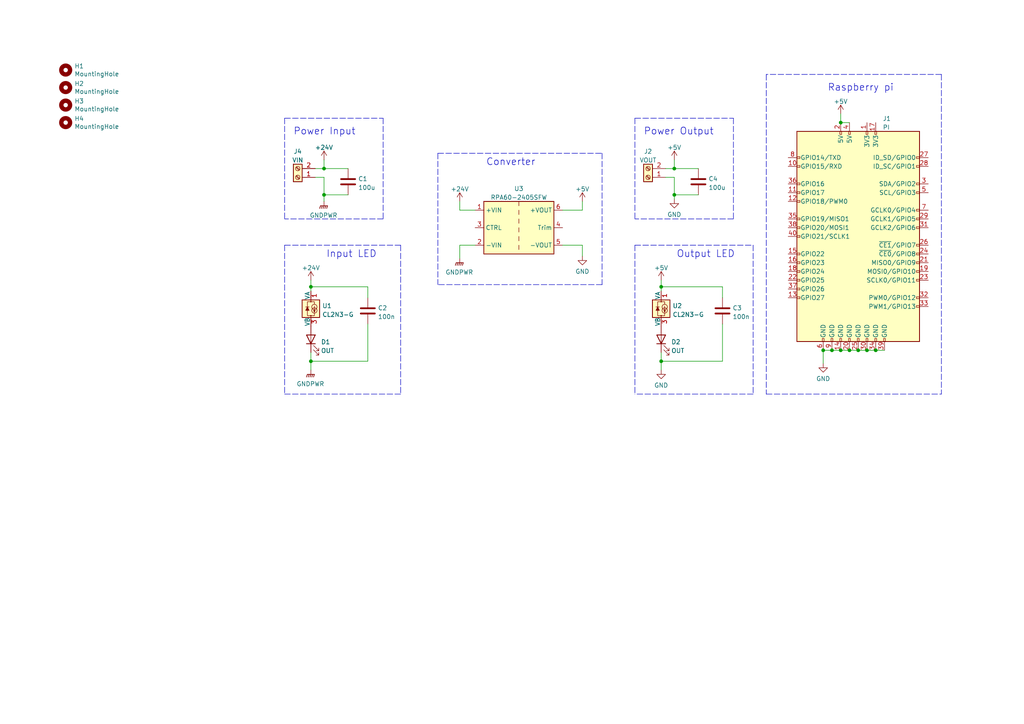
<source format=kicad_sch>
(kicad_sch (version 20211123) (generator eeschema)
  (paper "A4")
  (lib_symbols
    (symbol "Connector:Raspberry_Pi_2_3" (pin_names (offset 1.016))
      (property "Reference" "J" (at -17.78 31.75 0))
      (property "Value" "Raspberry_Pi_2_3" (at 10.16 -31.75 0))
      (symbol "Raspberry_Pi_2_3_0_1"
        (rectangle (start -17.78 30.48) (end 17.78 -30.48) (stroke (width 0.254)) (fill (type background)))
      )
      (symbol "Raspberry_Pi_2_3_1_1"
        (rectangle (start -16.891 -17.526) (end -17.78 -18.034))
        (rectangle (start -16.891 -14.986) (end -17.78 -15.494))
        (rectangle (start -16.891 -12.446) (end -17.78 -12.954))
        (rectangle (start -16.891 -9.906) (end -17.78 -10.414))
        (rectangle (start -16.891 -7.366) (end -17.78 -7.874))
        (rectangle (start -16.891 -4.826) (end -17.78 -5.334))
        (rectangle (start -16.891 0.254) (end -17.78 -0.254))
        (rectangle (start -16.891 2.794) (end -17.78 2.286))
        (rectangle (start -16.891 5.334) (end -17.78 4.826))
        (rectangle (start -16.891 10.414) (end -17.78 9.906))
        (rectangle (start -16.891 12.954) (end -17.78 12.446))
        (rectangle (start -16.891 15.494) (end -17.78 14.986))
        (rectangle (start -16.891 20.574) (end -17.78 20.066))
        (rectangle (start -16.891 23.114) (end -17.78 22.606))
        (rectangle (start -10.414 -29.591) (end -9.906 -30.48))
        (rectangle (start -7.874 -29.591) (end -7.366 -30.48))
        (rectangle (start -5.334 -29.591) (end -4.826 -30.48))
        (rectangle (start -5.334 30.48) (end -4.826 29.591))
        (rectangle (start -2.794 -29.591) (end -2.286 -30.48))
        (rectangle (start -2.794 30.48) (end -2.286 29.591))
        (rectangle (start -0.254 -29.591) (end 0.254 -30.48))
        (rectangle (start 2.286 -29.591) (end 2.794 -30.48))
        (rectangle (start 2.286 30.48) (end 2.794 29.591))
        (rectangle (start 4.826 -29.591) (end 5.334 -30.48))
        (rectangle (start 4.826 30.48) (end 5.334 29.591))
        (rectangle (start 7.366 -29.591) (end 7.874 -30.48))
        (rectangle (start 17.78 -20.066) (end 16.891 -20.574))
        (rectangle (start 17.78 -17.526) (end 16.891 -18.034))
        (rectangle (start 17.78 -12.446) (end 16.891 -12.954))
        (rectangle (start 17.78 -9.906) (end 16.891 -10.414))
        (rectangle (start 17.78 -7.366) (end 16.891 -7.874))
        (rectangle (start 17.78 -4.826) (end 16.891 -5.334))
        (rectangle (start 17.78 -2.286) (end 16.891 -2.794))
        (rectangle (start 17.78 2.794) (end 16.891 2.286))
        (rectangle (start 17.78 5.334) (end 16.891 4.826))
        (rectangle (start 17.78 7.874) (end 16.891 7.366))
        (rectangle (start 17.78 12.954) (end 16.891 12.446))
        (rectangle (start 17.78 15.494) (end 16.891 14.986))
        (rectangle (start 17.78 20.574) (end 16.891 20.066))
        (rectangle (start 17.78 23.114) (end 16.891 22.606))
        (pin power_in line (at 2.54 33.02 270) (length 2.54) (name "3V3") (number "1"))
        (pin bidirectional line (at -20.32 20.32 0) (length 2.54) (name "GPIO15/RXD") (number "10"))
        (pin bidirectional line (at -20.32 12.7 0) (length 2.54) (name "GPIO17") (number "11"))
        (pin bidirectional line (at -20.32 10.16 0) (length 2.54) (name "GPIO18/PWM0") (number "12"))
        (pin bidirectional line (at -20.32 -17.78 0) (length 2.54) (name "GPIO27") (number "13"))
        (pin power_in line (at -5.08 -33.02 90) (length 2.54) (name "GND") (number "14"))
        (pin bidirectional line (at -20.32 -5.08 0) (length 2.54) (name "GPIO22") (number "15"))
        (pin bidirectional line (at -20.32 -7.62 0) (length 2.54) (name "GPIO23") (number "16"))
        (pin power_in line (at 5.08 33.02 270) (length 2.54) (name "3V3") (number "17"))
        (pin bidirectional line (at -20.32 -10.16 0) (length 2.54) (name "GPIO24") (number "18"))
        (pin bidirectional line (at 20.32 -10.16 180) (length 2.54) (name "MOSI0/GPIO10") (number "19"))
        (pin power_in line (at -5.08 33.02 270) (length 2.54) (name "5V") (number "2"))
        (pin power_in line (at -2.54 -33.02 90) (length 2.54) (name "GND") (number "20"))
        (pin bidirectional line (at 20.32 -7.62 180) (length 2.54) (name "MISO0/GPIO9") (number "21"))
        (pin bidirectional line (at -20.32 -12.7 0) (length 2.54) (name "GPIO25") (number "22"))
        (pin bidirectional line (at 20.32 -12.7 180) (length 2.54) (name "SCLK0/GPIO11") (number "23"))
        (pin bidirectional line (at 20.32 -5.08 180) (length 2.54) (name "~{CE0}/GPIO8") (number "24"))
        (pin power_in line (at 0 -33.02 90) (length 2.54) (name "GND") (number "25"))
        (pin bidirectional line (at 20.32 -2.54 180) (length 2.54) (name "~{CE1}/GPIO7") (number "26"))
        (pin bidirectional line (at 20.32 22.86 180) (length 2.54) (name "ID_SD/GPIO0") (number "27"))
        (pin bidirectional line (at 20.32 20.32 180) (length 2.54) (name "ID_SC/GPIO1") (number "28"))
        (pin bidirectional line (at 20.32 5.08 180) (length 2.54) (name "GCLK1/GPIO5") (number "29"))
        (pin bidirectional line (at 20.32 15.24 180) (length 2.54) (name "SDA/GPIO2") (number "3"))
        (pin power_in line (at 2.54 -33.02 90) (length 2.54) (name "GND") (number "30"))
        (pin bidirectional line (at 20.32 2.54 180) (length 2.54) (name "GCLK2/GPIO6") (number "31"))
        (pin bidirectional line (at 20.32 -17.78 180) (length 2.54) (name "PWM0/GPIO12") (number "32"))
        (pin bidirectional line (at 20.32 -20.32 180) (length 2.54) (name "PWM1/GPIO13") (number "33"))
        (pin power_in line (at 5.08 -33.02 90) (length 2.54) (name "GND") (number "34"))
        (pin bidirectional line (at -20.32 5.08 0) (length 2.54) (name "GPIO19/MISO1") (number "35"))
        (pin bidirectional line (at -20.32 15.24 0) (length 2.54) (name "GPIO16") (number "36"))
        (pin bidirectional line (at -20.32 -15.24 0) (length 2.54) (name "GPIO26") (number "37"))
        (pin bidirectional line (at -20.32 2.54 0) (length 2.54) (name "GPIO20/MOSI1") (number "38"))
        (pin power_in line (at 7.62 -33.02 90) (length 2.54) (name "GND") (number "39"))
        (pin power_in line (at -2.54 33.02 270) (length 2.54) (name "5V") (number "4"))
        (pin bidirectional line (at -20.32 0 0) (length 2.54) (name "GPIO21/SCLK1") (number "40"))
        (pin bidirectional line (at 20.32 12.7 180) (length 2.54) (name "SCL/GPIO3") (number "5"))
        (pin power_in line (at -10.16 -33.02 90) (length 2.54) (name "GND") (number "6"))
        (pin bidirectional line (at 20.32 7.62 180) (length 2.54) (name "GCLK0/GPIO4") (number "7"))
        (pin bidirectional line (at -20.32 22.86 0) (length 2.54) (name "GPIO14/TXD") (number "8"))
        (pin power_in line (at -7.62 -33.02 90) (length 2.54) (name "GND") (number "9"))
      )
    )
    (symbol "Connector:Screw_Terminal_01x02" (pin_names (offset 1.016) hide)
      (property "Reference" "J" (at 0 2.54 0))
      (property "Value" "Screw_Terminal_01x02" (at 0 -5.08 0))
      (symbol "Screw_Terminal_01x02_1_1"
        (rectangle (start -1.27 1.27) (end 1.27 -3.81) (stroke (width 0.254)) (fill (type background)))
        (circle (center 0 -2.54) (radius 0.635) (stroke (width 0.1524)))
        (polyline (pts (xy -0.5334 -2.2098) (xy 0.3302 -3.048)) (stroke (width 0.1524)))
        (polyline (pts (xy -0.5334 0.3302) (xy 0.3302 -0.508)) (stroke (width 0.1524)))
        (polyline (pts (xy -0.3556 -2.032) (xy 0.508 -2.8702)) (stroke (width 0.1524)))
        (polyline (pts (xy -0.3556 0.508) (xy 0.508 -0.3302)) (stroke (width 0.1524)))
        (circle (center 0 0) (radius 0.635) (stroke (width 0.1524)))
        (pin passive line (at -5.08 0 0) (length 3.81) (name "Pin_1") (number "1"))
        (pin passive line (at -5.08 -2.54 0) (length 3.81) (name "Pin_2") (number "2"))
      )
    )
    (symbol "Converter_DCDC:RPA60-2405SFW"
      (property "Reference" "U" (at -8.89 8.89 0))
      (property "Value" "RPA60-2405SFW" (at 8.89 8.89 0))
      (symbol "RPA60-2405SFW_0_1"
        (rectangle (start -10.16 7.62) (end 10.16 -7.62) (stroke (width 0.254)) (fill (type background)))
        (polyline (pts (xy 0 -5.08) (xy 0 -6.35)))
        (polyline (pts (xy 0 -2.54) (xy 0 -3.81)))
        (polyline (pts (xy 0 0) (xy 0 -1.27)))
        (polyline (pts (xy 0 2.54) (xy 0 1.27)))
        (polyline (pts (xy 0 5.08) (xy 0 3.81)))
        (polyline (pts (xy 0 7.62) (xy 0 6.35)))
      )
      (symbol "RPA60-2405SFW_1_1"
        (pin power_in line (at -12.7 5.08 0) (length 2.54) (name "+VIN") (number "1"))
        (pin power_in line (at -12.7 -5.08 0) (length 2.54) (name "-VIN") (number "2"))
        (pin input line (at -12.7 0 0) (length 2.54) (name "CTRL") (number "3"))
        (pin input line (at 12.7 0 180) (length 2.54) (name "Trim") (number "4"))
        (pin power_out line (at 12.7 -5.08 180) (length 2.54) (name "-VOUT") (number "5"))
        (pin power_out line (at 12.7 5.08 180) (length 2.54) (name "+VOUT") (number "6"))
      )
    )
    (symbol "Device:C" (pin_numbers hide) (pin_names (offset 0.254))
      (property "Reference" "C" (at 0.635 2.54 0))
      (property "Value" "C" (at 0.635 -2.54 0))
      (symbol "C_0_1"
        (polyline (pts (xy -2.032 -0.762) (xy 2.032 -0.762)) (stroke (width 0.508)))
        (polyline (pts (xy -2.032 0.762) (xy 2.032 0.762)) (stroke (width 0.508)))
      )
      (symbol "C_1_1"
        (pin passive line (at 0 3.81 270) (length 2.794) (name "~") (number "1"))
        (pin passive line (at 0 -3.81 90) (length 2.794) (name "~") (number "2"))
      )
    )
    (symbol "Device:LED" (pin_numbers hide) (pin_names (offset 1.016) hide)
      (property "Reference" "D" (at 0 2.54 0))
      (property "Value" "LED" (at 0 -2.54 0))
      (symbol "LED_0_1"
        (polyline (pts (xy -1.27 -1.27) (xy -1.27 1.27)) (stroke (width 0.254)))
        (polyline (pts (xy -1.27 0) (xy 1.27 0)))
        (polyline (pts (xy 1.27 -1.27) (xy 1.27 1.27) (xy -1.27 0) (xy 1.27 -1.27)) (stroke (width 0.254)))
        (polyline (pts (xy -3.048 -0.762) (xy -4.572 -2.286) (xy -3.81 -2.286) (xy -4.572 -2.286) (xy -4.572 -1.524)))
        (polyline (pts (xy -1.778 -0.762) (xy -3.302 -2.286) (xy -2.54 -2.286) (xy -3.302 -2.286) (xy -3.302 -1.524)))
      )
      (symbol "LED_1_1"
        (pin passive line (at -3.81 0 0) (length 2.54) (name "K") (number "1"))
        (pin passive line (at 3.81 0 180) (length 2.54) (name "A") (number "2"))
      )
    )
    (symbol "Mechanical:MountingHole" (pin_names (offset 1.016))
      (property "Reference" "H" (at 0 5.08 0))
      (property "Value" "MountingHole" (at 0 3.175 0))
      (symbol "MountingHole_0_1"
        (circle (center 0 0) (radius 1.27) (stroke (width 1.27)))
      )
    )
    (symbol "goyman:CL2N3-G" (pin_names (offset 0))
      (property "Reference" "U" (at 3.81 3.81 0))
      (property "Value" "CL2N3-G" (at 3.81 1.27 0))
      (symbol "CL2N3-G_0_1"
        (rectangle (start -2.54 2.54) (end 2.54 -2.54) (stroke (width 0.254)) (fill (type background)))
        (circle (center 0 -2.032) (radius 0.127))
        (polyline (pts (xy -1.524 0.508) (xy -0.508 0.508)))
        (polyline (pts (xy 0 -3.048) (xy 0 -3.81)))
        (polyline (pts (xy 0 -2.032) (xy 0 -2.54)))
        (polyline (pts (xy 0 2.032) (xy 0 2.54)))
        (polyline (pts (xy 0 3.048) (xy 0 3.81)))
        (polyline (pts (xy -1.016 -0.508) (xy -1.016 -2.032) (xy 1.016 -2.032) (xy 1.016 -1.27)))
        (polyline (pts (xy -1.016 0.508) (xy -1.524 -0.508) (xy -0.508 -0.508) (xy -1.016 0.508)) (fill (type outline)))
        (polyline (pts (xy 1.016 1.27) (xy 1.016 2.032) (xy -1.016 2.032) (xy -1.016 0.508)))
        (polyline (pts (xy 1.016 0.762) (xy 1.016 -1.016) (xy 0.762 -0.508) (xy 1.27 -0.508) (xy 1.016 -1.016)) (fill (type outline)))
        (circle (center 0 2.032) (radius 0.127))
        (circle (center 1.016 -0.508) (radius 0.762))
        (circle (center 1.016 0.508) (radius 0.762))
      )
      (symbol "CL2N3-G_1_1"
        (pin input line (at 0 5.08 270) (length 2.54) (name "VA") (number "1"))
        (pin no_connect line (at 0 -2.54 90) (length 2.54) hide (name "NC") (number "3"))
        (pin input line (at 0 -5.08 90) (length 2.54) (name "VB") (number "3"))
      )
    )
    (symbol "power:+24V" (power) (pin_names (offset 0))
      (property "Value" "+24V" (at 0 3.556 0))
      (symbol "+24V_0_1"
        (polyline (pts (xy -0.762 1.27) (xy 0 2.54)))
        (polyline (pts (xy 0 0) (xy 0 2.54)))
        (polyline (pts (xy 0 2.54) (xy 0.762 1.27)))
      )
      (symbol "+24V_1_1"
        (pin power_in line (at 0 0 90) (length 0) hide (name "+24V") (number "1"))
      )
    )
    (symbol "power:+5V" (power) (pin_names (offset 0))
      (property "Value" "+5V" (at 0 3.556 0))
      (symbol "+5V_0_1"
        (polyline (pts (xy -0.762 1.27) (xy 0 2.54)))
        (polyline (pts (xy 0 0) (xy 0 2.54)))
        (polyline (pts (xy 0 2.54) (xy 0.762 1.27)))
      )
      (symbol "+5V_1_1"
        (pin power_in line (at 0 0 90) (length 0) hide (name "+5V") (number "1"))
      )
    )
    (symbol "power:GND" (power) (pin_names (offset 0))
      (property "Value" "GND" (at 0 -3.81 0))
      (symbol "GND_0_1"
        (polyline (pts (xy 0 0) (xy 0 -1.27) (xy 1.27 -1.27) (xy 0 -2.54) (xy -1.27 -1.27) (xy 0 -1.27)))
      )
      (symbol "GND_1_1"
        (pin power_in line (at 0 0 270) (length 0) hide (name "GND") (number "1"))
      )
    )
    (symbol "power:GNDPWR" (power) (pin_names (offset 0))
      (property "Value" "GNDPWR" (at 0 -3.302 0))
      (symbol "GNDPWR_0_1"
        (polyline (pts (xy 0 -1.27) (xy 0 0)))
        (polyline (pts (xy -1.016 -1.27) (xy -1.27 -2.032) (xy -1.27 -2.032)) (stroke (width 0.2032)))
        (polyline (pts (xy -0.508 -1.27) (xy -0.762 -2.032) (xy -0.762 -2.032)) (stroke (width 0.2032)))
        (polyline (pts (xy 0 -1.27) (xy -0.254 -2.032) (xy -0.254 -2.032)) (stroke (width 0.2032)))
        (polyline (pts (xy 0.508 -1.27) (xy 0.254 -2.032) (xy 0.254 -2.032)) (stroke (width 0.2032)))
        (polyline (pts (xy 1.016 -1.27) (xy -1.016 -1.27) (xy -1.016 -1.27)) (stroke (width 0.2032)))
        (polyline (pts (xy 1.016 -1.27) (xy 0.762 -2.032) (xy 0.762 -2.032) (xy 0.762 -2.032)) (stroke (width 0.2032)))
      )
      (symbol "GNDPWR_1_1"
        (pin power_in line (at 0 0 270) (length 0) hide (name "GNDPWR") (number "1"))
      )
    )
  )
  (junction (at 93.98 48.895))
  (junction (at 191.77 104.775))
  (junction (at 241.3 101.6))
  (junction (at 195.58 56.515))
  (junction (at 243.84 101.6))
  (junction (at 90.17 104.775))
  (junction (at 243.84 35.56))
  (junction (at 191.77 83.185))
  (junction (at 238.76 101.6))
  (junction (at 246.38 101.6))
  (junction (at 93.98 56.515))
  (junction (at 251.46 101.6))
  (junction (at 90.17 83.185))
  (junction (at 248.92 101.6))
  (junction (at 195.58 48.895))
  (junction (at 254 101.6))
  (wire (pts (xy 191.77 81.28) (xy 191.77 83.185)))
  (polyline (pts (xy 82.55 71.12) (xy 82.55 114.3)))
  (wire (pts (xy 238.76 101.6) (xy 241.3 101.6)))
  (polyline (pts (xy 82.55 34.29) (xy 111.125 34.29)))
  (polyline (pts (xy 127 44.45) (xy 127 82.55)))
  (wire (pts (xy 191.77 104.775) (xy 209.55 104.775)))
  (wire (pts (xy 163.195 60.96) (xy 168.91 60.96)))
  (wire (pts (xy 209.55 104.775) (xy 209.55 93.98)))
  (wire (pts (xy 93.98 48.895) (xy 91.44 48.895)))
  (wire (pts (xy 243.84 101.6) (xy 246.38 101.6)))
  (wire (pts (xy 90.17 104.775) (xy 90.17 107.315)))
  (wire (pts (xy 106.68 83.185) (xy 106.68 86.36)))
  (polyline (pts (xy 184.15 71.12) (xy 218.44 71.12)))
  (wire (pts (xy 93.98 48.895) (xy 93.98 46.355)))
  (polyline (pts (xy 184.15 71.12) (xy 184.15 114.3)))
  (polyline (pts (xy 184.15 34.29) (xy 184.15 63.5)))
  (polyline (pts (xy 82.55 71.12) (xy 116.205 71.12)))
  (polyline (pts (xy 111.125 34.29) (xy 111.125 63.5)))
  (wire (pts (xy 246.38 101.6) (xy 248.92 101.6)))
  (wire (pts (xy 93.98 56.515) (xy 100.965 56.515)))
  (wire (pts (xy 248.92 101.6) (xy 251.46 101.6)))
  (wire (pts (xy 93.98 56.515) (xy 93.98 58.42)))
  (polyline (pts (xy 273.05 21.59) (xy 222.25 21.59)))
  (wire (pts (xy 191.77 102.235) (xy 191.77 104.775)))
  (wire (pts (xy 195.58 51.435) (xy 195.58 56.515)))
  (wire (pts (xy 168.91 60.96) (xy 168.91 58.42)))
  (wire (pts (xy 90.17 83.185) (xy 90.17 84.455)))
  (polyline (pts (xy 116.205 71.12) (xy 116.205 114.3)))
  (polyline (pts (xy 82.55 34.29) (xy 82.55 63.5)))
  (polyline (pts (xy 212.725 63.5) (xy 184.15 63.5)))
  (polyline (pts (xy 116.205 114.3) (xy 82.55 114.3)))
  (wire (pts (xy 191.77 83.185) (xy 209.55 83.185)))
  (wire (pts (xy 90.17 81.28) (xy 90.17 83.185)))
  (wire (pts (xy 195.58 56.515) (xy 202.565 56.515)))
  (wire (pts (xy 90.17 83.185) (xy 106.68 83.185)))
  (wire (pts (xy 163.195 71.12) (xy 168.91 71.12)))
  (wire (pts (xy 133.35 58.42) (xy 133.35 60.96)))
  (polyline (pts (xy 184.15 34.29) (xy 212.725 34.29)))
  (wire (pts (xy 243.84 33.02) (xy 243.84 35.56)))
  (wire (pts (xy 93.98 51.435) (xy 91.44 51.435)))
  (polyline (pts (xy 222.25 21.59) (xy 222.25 114.3)))
  (wire (pts (xy 90.17 104.775) (xy 106.68 104.775)))
  (polyline (pts (xy 127 44.45) (xy 174.625 44.45)))
  (wire (pts (xy 195.58 48.895) (xy 193.04 48.895)))
  (wire (pts (xy 241.3 101.6) (xy 243.84 101.6)))
  (polyline (pts (xy 218.44 71.12) (xy 218.44 114.3)))
  (polyline (pts (xy 174.625 44.45) (xy 174.625 82.55)))
  (wire (pts (xy 90.17 102.235) (xy 90.17 104.775)))
  (wire (pts (xy 106.68 104.775) (xy 106.68 93.98)))
  (polyline (pts (xy 212.725 34.29) (xy 212.725 63.5)))
  (wire (pts (xy 195.58 56.515) (xy 195.58 57.785)))
  (polyline (pts (xy 218.44 114.3) (xy 184.15 114.3)))
  (wire (pts (xy 209.55 83.185) (xy 209.55 86.36)))
  (wire (pts (xy 251.46 101.6) (xy 254 101.6)))
  (wire (pts (xy 243.84 35.56) (xy 246.38 35.56)))
  (wire (pts (xy 93.98 51.435) (xy 93.98 56.515)))
  (wire (pts (xy 195.58 48.895) (xy 195.58 46.355)))
  (wire (pts (xy 195.58 51.435) (xy 193.04 51.435)))
  (polyline (pts (xy 174.625 82.55) (xy 127 82.55)))
  (wire (pts (xy 133.35 71.12) (xy 133.35 74.93)))
  (wire (pts (xy 254 101.6) (xy 256.54 101.6)))
  (wire (pts (xy 191.77 83.185) (xy 191.77 84.455)))
  (wire (pts (xy 137.795 71.12) (xy 133.35 71.12)))
  (polyline (pts (xy 222.25 114.3) (xy 273.05 114.3)))
  (polyline (pts (xy 273.05 21.59) (xy 273.05 114.3)))
  (wire (pts (xy 93.98 48.895) (xy 100.965 48.895)))
  (wire (pts (xy 168.91 71.12) (xy 168.91 74.295)))
  (wire (pts (xy 238.76 105.41) (xy 238.76 101.6)))
  (wire (pts (xy 191.77 104.775) (xy 191.77 107.315)))
  (polyline (pts (xy 111.125 63.5) (xy 82.55 63.5)))
  (wire (pts (xy 195.58 48.895) (xy 202.565 48.895)))
  (wire (pts (xy 133.35 60.96) (xy 137.795 60.96)))
  (text "Input LED" (at 94.615 74.93 0) (effects (font (size 2 2)) (justify left bottom)))
  (text "Raspberry pi" (at 240.03 26.67 0) (effects (font (size 2 2)) (justify left bottom)))
  (text "Output LED" (at 196.215 74.93 0) (effects (font (size 2 2)) (justify left bottom)))
  (text "Converter" (at 140.97 48.26 0) (effects (font (size 2 2)) (justify left bottom)))
  (text "Power Output" (at 186.69 39.37 0) (effects (font (size 2 2)) (justify left bottom)))
  (text "Power Input" (at 85.09 39.37 0) (effects (font (size 2 2)) (justify left bottom)))
  (symbol (lib_id "power:GNDPWR") (at 93.98 58.42 0) (unit 1)
    (property "Reference" "#PWR0105" (effects hide))
    (property "Value" "GNDPWR" (at 93.853 62.457 0))
  )
  (symbol (lib_id "power:GND") (at 195.58 57.785 0) (unit 1)
    (property "Reference" "#PWR0111" (effects hide))
    (property "Value" "GND" (at 195.58 62.2284 0))
  )
  (symbol (lib_id "Connector:Raspberry_Pi_2_3") (at 248.92 68.58 0) (unit 1)
    (property "Reference" "J1" (at 256.0194 34.4002 0) (effects (justify left)))
    (property "Value" "PI" (at 256.0194 36.9371 0) (effects (justify left)))
    (property "Footprint" "Connector_PinSocket_2.54mm:PinSocket_2x20_P2.54mm_Vertical" (effects hide))
    (property "Datasheet" "https://www.raspberrypi.org/documentation/hardware/raspberrypi/schematics/rpi_SCH_3bplus_1p0_reduced.pdf" (effects hide))
    (property "MPN" "SSQ-120-03-T-D" (effects hide))
    (property "IPN" "562" (effects hide))
  )
  (symbol (lib_id "Device:C") (at 100.965 52.705 0) (unit 1)
    (property "Reference" "C1" (at 103.886 51.8703 0) (effects (justify left)))
    (property "Value" "100u" (at 103.886 54.4072 0) (effects (justify left)))
    (property "Footprint" "Capacitor_THT:CP_Radial_Tantal_D10.5mm_P5.00mm" (effects hide))
  )
  (symbol (lib_id "Mechanical:MountingHole") (at 19.05 35.56 0) (unit 1)
    (property "Reference" "H4" (at 21.5901 34.4106 0) (effects (justify left)))
    (property "Value" "MountingHole" (at 21.5901 36.7093 0) (effects (justify left)))
    (property "Footprint" "MountingHole:MountingHole_3.2mm_M3" (effects hide))
  )
  (symbol (lib_id "power:GNDPWR") (at 133.35 74.93 0) (unit 1)
    (property "Reference" "#PWR0114" (effects hide))
    (property "Value" "GNDPWR" (at 133.223 78.967 0))
  )
  (symbol (lib_id "power:GND") (at 168.91 74.295 0) (unit 1)
    (property "Reference" "#PWR0109" (effects hide))
    (property "Value" "GND" (at 168.91 78.7384 0))
  )
  (symbol (lib_id "Connector:Screw_Terminal_01x02") (at 187.96 51.435 180) (unit 1)
    (property "Reference" "J2" (at 187.96 43.9252 0))
    (property "Value" "VOUT" (at 187.96 46.4621 0))
    (property "Footprint" "TerminalBlock:TerminalBlock_bornier-2_P5.08mm" (effects hide))
    (property "MPN" "691103110002" (effects hide))
    (property "IPN" "563" (effects hide))
  )
  (symbol (lib_id "Mechanical:MountingHole") (at 19.05 25.4 0) (unit 1)
    (property "Reference" "H2" (at 21.5901 24.2506 0) (effects (justify left)))
    (property "Value" "MountingHole" (at 21.5901 26.5493 0) (effects (justify left)))
    (property "Footprint" "MountingHole:MountingHole_3.2mm_M3" (effects hide))
  )
  (symbol (lib_id "Mechanical:MountingHole") (at 19.05 30.48 0) (unit 1)
    (property "Reference" "H3" (at 21.5901 29.3306 0) (effects (justify left)))
    (property "Value" "MountingHole" (at 21.5901 31.6293 0) (effects (justify left)))
    (property "Footprint" "MountingHole:MountingHole_3.2mm_M3" (effects hide))
  )
  (symbol (lib_id "Converter_DCDC:RPA60-2405SFW") (at 150.495 66.04 0) (unit 1)
    (property "Reference" "U3" (at 150.495 54.7202 0))
    (property "Value" "RPA60-2405SFW" (at 150.495 57.2571 0))
    (property "Footprint" "Converter_DCDC:Converter_DCDC_RECOM_RPA60-xxxxSFW" (effects hide))
    (property "Datasheet" "https://recom-power.com/pdf/Powerline_DC-DC/RPA60-FW.pdf" (effects hide))
  )
  (symbol (lib_id "power:+5V") (at 195.58 46.355 0) (unit 1)
    (property "Reference" "#PWR0112" (effects hide))
    (property "Value" "+5V" (at 195.58 42.7792 0))
  )
  (symbol (lib_id "power:GNDPWR") (at 90.17 107.315 0) (unit 1)
    (property "Reference" "#PWR0102" (effects hide))
    (property "Value" "GNDPWR" (at 90.043 111.352 0))
  )
  (symbol (lib_id "power:+24V") (at 93.98 46.355 0) (mirror y) (unit 1)
    (property "Reference" "#PWR0110" (effects hide))
    (property "Value" "+24V" (at 93.98 42.7792 0))
  )
  (symbol (lib_id "power:+5V") (at 243.84 33.02 0) (unit 1)
    (property "Reference" "#PWR0103" (effects hide))
    (property "Value" "+5V" (at 243.84 29.4442 0))
  )
  (symbol (lib_id "Device:C") (at 202.565 52.705 0) (unit 1)
    (property "Reference" "C4" (at 205.486 51.8703 0) (effects (justify left)))
    (property "Value" "100u" (at 205.486 54.4072 0) (effects (justify left)))
    (property "Footprint" "Capacitor_THT:CP_Radial_Tantal_D10.5mm_P5.00mm" (effects hide))
  )
  (symbol (lib_id "goyman:CL2N3-G") (at 191.77 89.535 0) (unit 1)
    (property "Reference" "U2" (at 195.072 88.7003 0) (effects (justify left)))
    (property "Value" "CL2N3-G" (at 195.072 91.2372 0) (effects (justify left)))
    (property "Footprint" "Package_TO_SOT_THT:TO-92L_Inline_Wide" (effects hide))
    (property "Datasheet" "http://ww1.microchip.com/downloads/en/DeviceDoc/20005413A.pdf" (effects hide))
  )
  (symbol (lib_id "power:+5V") (at 168.91 58.42 0) (unit 1)
    (property "Reference" "#PWR0113" (effects hide))
    (property "Value" "+5V" (at 168.91 54.8442 0))
  )
  (symbol (lib_id "power:+24V") (at 90.17 81.28 0) (unit 1)
    (property "Reference" "#PWR0108" (effects hide))
    (property "Value" "+24V" (at 90.17 77.7042 0))
  )
  (symbol (lib_id "Mechanical:MountingHole") (at 19.05 20.32 0) (unit 1)
    (property "Reference" "H1" (at 21.5901 19.1706 0) (effects (justify left)))
    (property "Value" "MountingHole" (at 21.5901 21.4693 0) (effects (justify left)))
    (property "Footprint" "MountingHole:MountingHole_3.2mm_M3" (effects hide))
  )
  (symbol (lib_id "Device:C") (at 209.55 90.17 0) (unit 1)
    (property "Reference" "C3" (at 212.471 89.3353 0) (effects (justify left)))
    (property "Value" "100n" (at 212.471 91.8722 0) (effects (justify left)))
    (property "Footprint" "Capacitor_THT:C_Rect_L7.0mm_W3.5mm_P5.00mm" (effects hide))
    (property "MPN" "C322C104K5R5TA" (effects hide))
    (property "IPN" "88" (effects hide))
  )
  (symbol (lib_id "Connector:Screw_Terminal_01x02") (at 86.36 51.435 180) (unit 1)
    (property "Reference" "J4" (at 86.36 43.9252 0))
    (property "Value" "VIN" (at 86.36 46.4621 0))
    (property "Footprint" "TerminalBlock:TerminalBlock_bornier-2_P5.08mm" (effects hide))
    (property "MPN" "691103110002" (effects hide))
    (property "IPN" "563" (effects hide))
  )
  (symbol (lib_id "power:+5V") (at 191.77 81.28 0) (unit 1)
    (property "Reference" "#PWR0104" (effects hide))
    (property "Value" "+5V" (at 191.77 77.7042 0))
  )
  (symbol (lib_id "power:+24V") (at 133.35 58.42 0) (mirror y) (unit 1)
    (property "Reference" "#PWR0107" (effects hide))
    (property "Value" "+24V" (at 133.35 54.8442 0))
  )
  (symbol (lib_id "Device:C") (at 106.68 90.17 0) (unit 1)
    (property "Reference" "C2" (at 109.601 89.3353 0) (effects (justify left)))
    (property "Value" "100n" (at 109.601 91.8722 0) (effects (justify left)))
    (property "Footprint" "Capacitor_THT:C_Rect_L7.0mm_W3.5mm_P5.00mm" (effects hide))
    (property "MPN" "C322C104K5R5TA" (effects hide))
    (property "IPN" "88" (effects hide))
  )
  (symbol (lib_id "power:GND") (at 238.76 105.41 0) (unit 1)
    (property "Reference" "#PWR0101" (effects hide))
    (property "Value" "GND" (at 238.76 109.8534 0))
  )
  (symbol (lib_id "goyman:CL2N3-G") (at 90.17 89.535 0) (unit 1)
    (property "Reference" "U1" (at 93.472 88.7003 0) (effects (justify left)))
    (property "Value" "CL2N3-G" (at 93.472 91.2372 0) (effects (justify left)))
    (property "Footprint" "Package_TO_SOT_THT:TO-92L_Inline_Wide" (effects hide))
    (property "Datasheet" "http://ww1.microchip.com/downloads/en/DeviceDoc/20005413A.pdf" (effects hide))
  )
  (symbol (lib_id "Device:LED") (at 90.17 98.425 90) (unit 1)
    (property "Reference" "D1" (at 93.091 99.1778 90) (effects (justify right)))
    (property "Value" "OUT" (at 93.091 101.7147 90) (effects (justify right)))
    (property "Footprint" "LED_THT:LED_D3.0mm" (effects hide))
  )
  (symbol (lib_id "Device:LED") (at 191.77 98.425 90) (unit 1)
    (property "Reference" "D2" (at 194.691 99.1778 90) (effects (justify right)))
    (property "Value" "OUT" (at 194.691 101.7147 90) (effects (justify right)))
    (property "Footprint" "LED_THT:LED_D3.0mm" (effects hide))
  )
  (symbol (lib_id "power:GND") (at 191.77 107.315 0) (unit 1)
    (property "Reference" "#PWR0106" (effects hide))
    (property "Value" "GND" (at 191.77 111.7584 0))
  )
)
</source>
